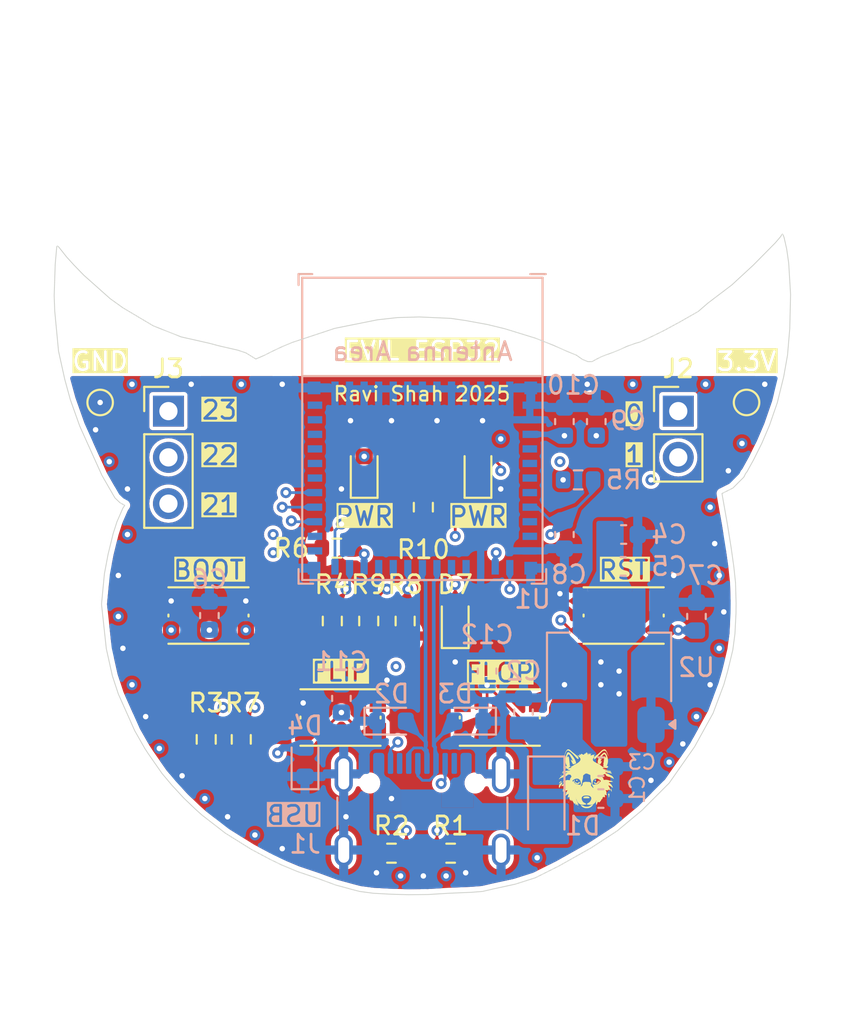
<source format=kicad_pcb>
(kicad_pcb (version 20240108) (generator "pcbnew") (generator_version "8.0")
  (layers (0 "F.Cu" signal) (1 "In1.Cu" signal) (2 "In2.Cu" signal) (31 "B.Cu" signal) (34 "B.Paste" user) (35 "F.Paste" user) (36 "B.SilkS" user "B.Silkscreen") (37 "F.SilkS" user "F.Silkscreen") (38 "B.Mask" user) (39 "F.Mask" user) (44 "Edge.Cuts" user))
  (net 0 "")
  (net 6 "/USB/VBUSB")
  (net 13 "/ESP32/GPIO_1")
  (net 15 "/Devices/LED_0")
  (net 17 "/ESP32/GPIO_8")
  (net 18 "/ESP32/GPIO_0")
  (net 19 "/Devices/FLIP")
  (net 20 "/ESP32/GPIO_21")
  (net 24 "/Devices/BOOT")
  (net 25 "/Devices/FLOP")
  (net 27 "/Devices/RST")
  (net 28 "GND")
  (net 29 "+3.3V")
  (net 30 "/ESP32/GPIO_22")
  (net 31 "/ESP32/USB_D-")
  (net 32 "/ESP32/USB_D+")
  (net 33 "/USB/CC2")
  (net 34 "/ESP32/GPIO_23")
  (net 36 "/USB/CC1")
  (net 38 "/Power/+5V")
  (net 39 "Net-(D5-A)")
  (net 40 "Net-(D6-A)")
  (net 41 "Net-(D7-A)")
  (footprint "LOGO" (layer "F.Cu") (at 158.5 110.5)
    (property "Reference" "G***")
    (property "Value" "LOGO" (hide yes))
  )
  (footprint "Resistor_SMD:R_0603_1608Metric" (layer "F.Cu") (at 144.75 97.75 180)
    (property "Reference" "R6")
    (property "Value" "3.3k")
  )
  (footprint "TestPoint:TestPoint_Pad_D1.0mm" (layer "F.Cu") (at 131.75 89.75)
    (property "Reference" "TP3")
    (property "Value" "GND")
  )
  (footprint "Button_Switch_SMD:SW_Push_1P1T_NO_CK_KMR2" (layer "F.Cu") (at 160.5 101.45)
    (property "Reference" "SW2")
    (property "Value" "RST")
  )
  (footprint "Resistor_SMD:R_0603_1608Metric" (layer "F.Cu") (at 139.5 108.25 90)
    (property "Reference" "R7")
    (property "Value" "47")
  )
  (footprint "Button_Switch_SMD:SW_Push_1P1T_NO_CK_KMR2" (layer "F.Cu") (at 144.95 107.05)
    (property "Reference" "SW3")
    (property "Value" "FLIP")
  )
  (footprint "Button_Switch_SMD:SW_Push_1P1T_NO_CK_KMR2" (layer "F.Cu") (at 153.7 107.05)
    (property "Reference" "SW4")
    (property "Value" "FLOP")
  )
  (footprint "Button_Switch_SMD:SW_Push_1P1T_NO_CK_KMR2" (layer "F.Cu") (at 137.7 101.45)
    (property "Reference" "SW1")
    (property "Value" "BOOT")
  )
  (footprint "Resistor_SMD:R_0603_1608Metric" (layer "F.Cu") (at 146.5 101.75 90)
    (property "Reference" "R9")
    (property "Value" "10k")
  )
  (footprint "Resistor_SMD:R_0603_1608Metric" (layer "F.Cu") (at 137.575 108.25 90)
    (property "Reference" "R3")
    (property "Value" "47")
  )
  (footprint "LED_SMD:LED_0603_1608Metric" (layer "F.Cu") (at 152.5 93.5 90)
    (property "Reference" "D6")
    (property "Value" "PWR")
  )
  (footprint "Resistor_SMD:R_0603_1608Metric" (layer "F.Cu") (at 151 114.5)
    (property "Reference" "R1")
    (property "Value" "5.1k")
  )
  (footprint "Resistor_SMD:R_0603_1608Metric" (layer "F.Cu") (at 147.75 114.5 180)
    (property "Reference" "R2")
    (property "Value" "5.1k")
  )
  (footprint "TestPoint:TestPoint_Pad_D1.0mm" (layer "F.Cu") (at 167.25 89.75 180)
    (property "Reference" "TP2")
    (property "Value" "3.3V")
  )
  (footprint "Resistor_SMD:R_0603_1608Metric" (layer "F.Cu") (at 148.5 101.75 90)
    (property "Reference" "R8")
    (property "Value" "10k")
  )
  (footprint "Connector_PinHeader_2.54mm:PinHeader_1x03_P2.54mm_Vertical" (layer "F.Cu") (at 135.5 90.225)
    (property "Reference" "J3")
    (property "Value" "CB")
  )
  (footprint "LED_SMD:LED_0603_1608Metric" (layer "F.Cu") (at 146.25 93.5 90)
    (property "Reference" "D5")
    (property "Value" "PWR")
  )
  (footprint "MountingHole:MountingHole_2.2mm_M2" (layer "F.Cu") (at 167.5 85.25)
    (property "Reference" "H1")
    (property "Value" "MountingHole")
  )
  (footprint "Resistor_SMD:R_0603_1608Metric" (layer "F.Cu") (at 149.5 95.5 90)
    (property "Reference" "R10")
    (property "Value" "47")
  )
  (footprint "Resistor_SMD:R_0603_1608Metric" (layer "F.Cu") (at 144.5 101.75 90)
    (property "Reference" "R4")
    (property "Value" "10k")
  )
  (footprint "LED_SMD:LED_0603_1608Metric" (layer "F.Cu") (at 151.25 101.75 90)
    (property "Reference" "D7")
    (property "Value" "DANGER")
  )
  (footprint "Connector_PinHeader_2.54mm:PinHeader_1x02_P2.54mm_Vertical" (layer "F.Cu") (at 163.5 90.225)
    (property "Reference" "J2")
    (property "Value" "CA")
  )
  (footprint "Capacitor_SMD:C_0603_1608Metric" (layer "B.Cu") (at 157.246702 97 -90)
    (property "Reference" "C8")
    (property "Value" "1u")
  )
  (footprint "Diode_SMD:D_0603_1608Metric" (layer "B.Cu") (at 147.75 107.25)
    (property "Reference" "D2")
    (property "Value" "TVS")
  )
  (footprint "Diode_SMD:D_SOD-123" (layer "B.Cu") (at 156.25 111.55 -90)
    (property "Reference" "D1")
    (property "Value" "1N5819HW-7-F")
  )
  (footprint "Capacitor_SMD:C_0603_1608Metric" (layer "B.Cu") (at 155 106.75 90)
    (property "Reference" "C2")
    (property "Value" "10u")
  )
  (footprint "Connector_USB:USB_C_Receptacle_GCT_USB4105-xx-A_16P_TopMnt_Horizontal" (layer "B.Cu") (at 149.446702 113.25 180)
    (property "Reference" "J1")
    (property "Value" "USB_C_Receptacle_USB2.0_16P")
  )
  (footprint "Capacitor_SMD:C_0603_1608Metric" (layer "B.Cu") (at 160.5 97)
    (property "Reference" "C4")
    (property "Value" "10u")
  )
  (footprint "Capacitor_SMD:C_0603_1608Metric" (layer "B.Cu") (at 159.25 111.5)
    (property "Reference" "C1")
    (property "Value" "10u")
  )
  (footprint "Diode_SMD:D_0603_1608Metric" (layer "B.Cu") (at 143 109.5 90)
    (property "Reference" "D4")
    (property "Value" "TVS")
  )
  (footprint "Capacitor_SMD:C_0603_1608Metric" (layer "B.Cu") (at 164.5 101.5 90)
    (property "Reference" "C7")
    (property "Value" "0.1u")
  )
  (footprint "Capacitor_SMD:C_0603_1608Metric" (layer "B.Cu") (at 145 106 90)
    (property "Reference" "C11")
    (property "Value" "0.1u")
  )
  (footprint "Diode_SMD:D_0603_1608Metric" (layer "B.Cu") (at 152 107.25 180)
    (property "Reference" "D3")
    (property "Value" "TVS")
  )
  (footprint "Resistor_SMD:R_0603_1608Metric" (layer "B.Cu") (at 158 94)
    (property "Reference" "R5")
    (property "Value" "10k")
  )
  (footprint "Capacitor_SMD:C_0603_1608Metric" (layer "B.Cu") (at 157.246702 90.8 90)
    (property "Reference" "C10")
    (property "Value" "0.1u")
  )
  (footprint "Capacitor_SMD:C_0603_1608Metric" (layer "B.Cu") (at 158.996702 90.8 90)
    (property "Reference" "C9")
    (property "Value" "10u")
  )
  (footprint "Package_TO_SOT_SMD:SOT-223-3_TabPin2" (layer "B.Cu") (at 159.7 104.3 90)
    (property "Reference" "U2")
    (property "Value" "AMS1117-3.3")
  )
  (footprint "Capacitor_SMD:C_0603_1608Metric" (layer "B.Cu") (at 153 104.5 90)
    (property "Reference" "C12")
    (property "Value" "0.1u")
  )
  (footprint "Capacitor_SMD:C_0603_1608Metric" (layer "B.Cu") (at 160.475 98.75)
    (property "Reference" "C5")
    (property "Value" "0.1u")
  )
  (footprint "Capacitor_SMD:C_0603_1608Metric" (layer "B.Cu") (at 159.25 109.75)
    (property "Reference" "C3")
    (property "Value" "0.1u")
  )
  (footprint "PCM_Espressif:ESP32-C6-MINI-1" (layer "B.Cu") (at 149.446702 91.2 180)
    (property "Reference" "U1")
    (property "Value" "ESP32-C6-MINI-1/U")
  )
  (footprint "Capacitor_SMD:C_0603_1608Metric" (layer "B.Cu") (at 137.75 101.45 90)
    (property "Reference" "C6")
    (property "Value" "0.1u")
  )
  (gr_poly (pts (xy 165.9 94.75) (xy 166.2 96.45) (xy 166.4 97.70069) (xy 166.548046 98.747789) (xy 166.642954 99.629445) (xy 166.675832 100.751145) (xy 166.669409 101.341744) (xy 166.611636 102.461902) (xy 166.495026 103.339957) (xy 166.3 104.15) (xy 166.2 104.55) (xy 166 105.25) (xy 165.409974 106.815668) (xy 164.4 108.65) (xy 163 110.65) (xy 161.5 112.15) (xy 160.151817 113.271149) (xy 158.717848 114.205205) (xy 156.95 115.2) (xy 155.65 115.85) (xy 154.55 116.2) (xy 153.4 116.45) (xy 152.75 116.6) (xy 152.1 116.65) (xy 150.893825 116.699909) (xy 149.755092 116.769205) (xy 148.696074 116.780994) (xy 147.669515 116.75) (xy 146.75 116.7) (xy 146 116.6) (xy 145.614395 116.5) (xy 144.691638 116.25) (xy 143.70993 115.888698) (xy 142.572317 115.503242) (xy 141.713522 115.144442) (xy 141.067688 114.831471) (xy 140.049101 114.288746) (xy 138.622368 113.398627) (xy 137.337302 112.403584) (xy 136.98943 112.090459) (xy 136.347843 111.476969) (xy 135.683593 110.758657) (xy 135.151279 110.126003) (xy 134.4 109.05) (xy 134.20642 108.754258) (xy 133.65216 107.781527) (xy 132.74966 105.762017) (xy 132.420574 104.758537) (xy 132.088182 103.271503) (xy 131.825017 100.827631) (xy 131.984649 99.15477) (xy 132.189338 98.069625) (xy 132.466478 96.943927) (xy 132.674516 96.296727) (xy 133 95.55) (xy 133.1 95.398616) (xy 132.839124 95.25631) (xy 132.561798 94.99125) (xy 131.84693 93.751291) (xy 130.629915 91.050842) (xy 130.108237 89.582735) (xy 129.806927 88.481845) (xy 129.463731 86.92584) (xy 129.255338 84.725558) (xy 129.225409 83.891039) (xy 129.281763 82.165563) (xy 129.367841 81.18792) (xy 129.407413 81.156002) (xy 129.480186 81.219207) (xy 129.9 81.75) (xy 130.295524 82.186185) (xy 130.846864 82.756953) (xy 132.3 84.05) (xy 133.005569 84.555271) (xy 134.673466 85.545162) (xy 136.2 86.15) (xy 137.75 86.5) (xy 138.25 86.634388) (xy 138.75 86.75) (xy 139.3 86.875) (xy 139.75 87.025) (xy 140.299978 87.363164) (xy 140.769888 87.160141) (xy 141.19298 86.947026) (xy 141.763438 86.676975) (xy 142.296555 86.45499) (xy 144.631886 85.681413) (xy 146.971876 85.211903) (xy 148.075524 85.088095) (xy 149.282679 85.054527) (xy 151.010306 85.131893) (xy 151.834561 85.253255) (xy 153.023278 85.470354) (xy 153.974246 85.701932) (xy 155.664599 86.222122) (xy 156.669465 86.622203) (xy 157.361177 86.929193) (xy 157.9 87.15) (xy 158.236162 87.384405) (xy 158.536066 87.507992) (xy 158.765008 87.508082) (xy 159 87.376198) (xy 159.25 87.25) (xy 159.5 87.14876) (xy 159.771128 87.053868) (xy 159.932349 86.993647) (xy 160.293031 86.847301) (xy 160.683845 86.667307) (xy 161.154097 86.498867) (xy 161.400878 86.430952) (xy 162 86.15) (xy 162.686571 85.815648) (xy 163.607025 85.317) (xy 164.6 84.75) (xy 165.124811 84.295552) (xy 166.439096 83.298687) (xy 167.619385 82.209004) (xy 168.826136 80.987823) (xy 169.127323 80.636412) (xy 169.168591 80.560695) (xy 169.220933 80.499885) (xy 169.261562 80.557573) (xy 169.313015 80.699282) (xy 169.454275 81.326423) (xy 169.563792 82.091967) (xy 169.667996 83.826627) (xy 169.623607 85.687759) (xy 169.5 87.15) (xy 169.290259 88.336082) (xy 168.937644 89.765525) (xy 168.509491 91.006159) (xy 168.085355 91.998403) (xy 167.637669 92.896616) (xy 167.269277 93.561816) (xy 167.2 93.65) (xy 167.1 93.85) (xy 166.9 94.05) (xy 166.5 94.45)) (stroke (width 0.05)) (fill none) (layer "Edge.Cuts"))
  (gr_text "USB" (at 144 113 -0) (layer "B.SilkS" knockout) (effects (font (size 1 1)) (justify left bottom mirror)))
  (gr_text "Ravi Shah 2025" (at 144.489558 89.75 0) (layer "F.SilkS") (effects (font (size 0.8 0.8) (thickness 0.12)) (justify left bottom)))
  (gr_text "21" (at 137.25 96 0) (layer "F.SilkS" knockout) (effects (font (size 1 1)) (justify left bottom)))
  (gr_text "1" (at 160.5 93.25 0) (layer "F.SilkS" knockout) (effects (font (size 1 1)) (justify left bottom)))
  (gr_text "EVIL ESP32" (at 145.035988 87.5 0) (layer "F.SilkS" knockout) (effects (font (size 1 1)) (justify left bottom)))
  (gr_text "23" (at 137.25 90.75 0) (layer "F.SilkS" knockout) (effects (font (size 1 1)) (justify left bottom)))
  (gr_text "22" (at 137.25 93.25 0) (layer "F.SilkS" knockout) (effects (font (size 1 1)) (justify left bottom)))
  (gr_text "0" (at 160.5 91 0) (layer "F.SilkS" knockout) (effects (font (size 1 1)) (justify left bottom)))
  (via (at 141.5 109) (size 0.6) (drill 0.3) (layers "F.Cu" "B.Cu") (net 6))
  (via (at 147.75 111.5) (size 0.6) (drill 0.3) (layers "F.Cu" "B.Cu") (net 6))
  (segment (start 141.7875 108.7125) (end 143 108.7125) (width 0.4) (layer "B.Cu") (net 6))
  (segment (start 141.5 109) (end 141.7875 108.7125) (width 0.4) (layer "B.Cu") (net 6))
  (via (at 153.5 98) (size 0.6) (drill 0.3) (layers "F.Cu" "B.Cu") (net 13))
  (via (at 157 93) (size 0.6) (drill 0.3) (layers "F.Cu" "B.Cu") (net 13))
  (segment (start 153.446702 98.053298) (end 153.5 98) (width 0.15) (layer "B.Cu") (net 13))
  (segment (start 153.446702 98.8) (end 153.446702 98.053298) (width 0.15) (layer "B.Cu") (net 13))
  (segment (start 145 96.425) (end 145.1 96.325) (width 0.15) (layer "F.Cu") (net 15))
  (segment (start 145.1 96.325) (end 149.5 96.325) (width 0.15) (layer "F.Cu") (net 15))
  (via (at 145 96.425) (size 0.6) (drill 0.3) (layers "F.Cu" "B.Cu") (net 15))
  (segment (start 144.646702 98.8) (end 144.646702 96.778298) (width 0.15) (layer "B.Cu") (net 15))
  (segment (start 144.646702 96.778298) (end 145 96.425) (width 0.15) (layer "B.Cu") (net 15))
  (segment (start 145.575 97.75) (end 145.925 97.75) (width 0.15) (layer "F.Cu") (net 17))
  (segment (start 145.925 97.75) (end 146.25 98.075) (width 0.15) (layer "F.Cu") (net 17))
  (via (at 146.25 98.075) (size 0.6) (drill 0.3) (layers "F.Cu" "B.Cu") (net 17))
  (segment (start 146.246702 98.8) (end 146.246702 98.078298) (width 0.15) (layer "B.Cu") (net 17))
  (segment (start 146.246702 98.8) (end 146.25 98.803298) (width 0.15) (layer "B.Cu") (net 17))
  (segment (start 146.246702 98.078298) (end 146.25 98.075) (width 0.15) (layer "B.Cu") (net 17))
  (via (at 162 94) (size 0.6) (drill 0.3) (layers "F.Cu" "B.Cu") (net 18))
  (via (at 154.25 100) (size 0.6) (drill 0.3) (layers "F.Cu" "B.Cu") (net 18))
  (segment (start 154.246702 99.996702) (end 154.25 100) (width 0.15) (layer "B.Cu") (net 18))
  (segment (start 154.246702 98.8) (end 154.246702 99.996702) (width 0.15) (layer "B.Cu") (net 18))
  (segment (start 146.075 107.85) (end 145 106.775) (width 0.15) (layer "F.Cu") (net 19))
  (segment (start 142.9 107.85) (end 143.925 107.85) (width 0.15) (layer "F.Cu") (net 19))
  (segment (start 147 107.85) (end 146.075 107.85) (width 0.15) (layer "F.Cu") (net 19))
  (segment (start 148.646702 100) (end 148.646702 100.778298) (width 0.15) (layer "F.Cu") (net 19))
  (segment (start 143.925 107.85) (end 145 106.775) (width 0.15) (layer "F.Cu") (net 19))
  (segment (start 148.646702 100.778298) (end 148.5 100.925) (width 0.15) (layer "F.Cu") (net 19))
  (via (at 148.646702 100) (size 0.6) (drill 0.3) (layers "F.Cu" "B.Cu") (net 19))
  (via (at 145 106.775) (size 0.6) (drill 0.3) (layers "F.Cu" "B.Cu") (net 19))
  (segment (start 148.646702 100) (end 148.646702 98.8) (width 0.15) (layer "B.Cu") (net 19))
  (via (at 142.25 96.25) (size 0.6) (drill 0.3) (layers "F.Cu" "B.Cu") (net 20))
  (segment (start 143.546702 96.3) (end 142.3 96.3) (width 0.15) (layer "B.Cu") (net 20))
  (segment (start 142.3 96.3) (end 142.25 96.25) (width 0.15) (layer "B.Cu") (net 20))
  (segment (start 145.25 100) (end 145.25 100.175) (width 0.15) (layer "F.Cu") (net 24))
  (segment (start 145.25 100.175) (end 144.5 100.925) (width 0.15) (layer "F.Cu") (net 24))
  (via (at 135.65 102.25) (size 0.6) (drill 0.3) (layers "F.Cu" "B.Cu") (net 24))
  (via (at 137.75 102.25) (size 0.6) (drill 0.3) (layers "F.Cu" "B.Cu") (net 24))
  (via (at 139.75 102.25) (size 0.6) (drill 0.3) (layers "F.Cu" "B.Cu") (net 24))
  (via (at 145.25 100) (size 0.6) (drill 0.3) (layers "F.Cu" "B.Cu") (net 24))
  (segment (start 145.446702 99.803298) (end 145.25 100) (width 0.15) (layer "B.Cu") (net 24))
  (segment (start 145.446702 98.8) (end 145.446702 99.803298) (width 0.15) (layer "B.Cu") (net 24))
  (segment (start 153 106.5) (end 153 105.275) (width 0.15) (layer "F.Cu") (net 25))
  (segment (start 147.5 100) (end 147.425 100) (width 0.15) (layer "F.Cu") (net 25))
  (segment (start 151.65 107.85) (end 153 106.5) (width 0.15) (layer "F.Cu") (net 25))
  (segment (start 155.575 107.85) (end 155.75 107.85) (width 0.15) (layer "F.Cu") (net 25))
  (segment (start 153 105.275) (end 155.575 107.85) (width 0.15) (layer "F.Cu") (net 25))
  (segment (start 147.425 100) (end 146.5 100.925) (width 0.15) (layer "F.Cu") (net 25))
  (via (at 153 105.275) (size 0.6) (drill 0.3) (layers "F.Cu" "B.Cu") (net 25))
  (via (at 147.5 100) (size 0.6) (drill 0.3) (layers "F.Cu" "B.Cu") (net 25))
  (via (at 148 104.25) (size 0.6) (drill 0.3) (layers "F.Cu" "B.Cu") (net 25))
  (segment (start 147.846702 98.8) (end 147.846702 99.653298) (width 0.15) (layer "B.Cu") (net 25))
  (segment (start 147.846702 99.653298) (end 147.5 100) (width 0.15) (layer "B.Cu") (net 25))
  (segment (start 157.60184 102.25) (end 158.45 102.25) (width 0.15) (layer "F.Cu") (net 27))
  (segment (start 157.05092 101.69908) (end 157.60184 102.25) (width 0.15) (layer "F.Cu") (net 27))
  (segment (start 162.55 102.25) (end 163.5 102.25) (width 0.15) (layer "F.Cu") (net 27))
  (segment (start 158.45 102.25) (end 162.55 102.25) (width 0.15) (layer "F.Cu") (net 27))
  (via (at 163.5 102.25) (size 0.6) (drill 0.3) (layers "F.Cu" "B.Cu") (net 27))
  (via (at 156.5 97) (size 0.6) (drill 0.3) (layers "F.Cu" "B.Cu") (net 27))
  (via (at 157.05092 101.69908) (size 0.6) (drill 0.3) (layers "F.Cu" "B.Cu") (net 27))
  (segment (start 157.246702 96.253298) (end 157.246702 96.225) (width 0.2) (layer "B.Cu") (net 27))
  (segment (start 163.5 102.25) (end 164.475 102.25) (width 0.15) (layer "B.Cu") (net 27))
  (segment (start 158.825 94.646702) (end 157.246702 96.225) (width 0.15) (layer "B.Cu") (net 27))
  (segment (start 156.475 96.225) (end 155.75 95.5) (width 0.15) (layer "B.Cu") (net 27))
  (segment (start 156.5 97) (end 157.246702 96.253298) (width 0.15) (layer "B.Cu") (net 27))
  (segment (start 157.246702 96.225) (end 156.475 96.225) (width 0.15) (layer "B.Cu") (net 27))
  (segment (start 155.75 95.5) (end 155.346702 95.5) (width 0.15) (layer "B.Cu") (net 27))
  (segment (start 164.475 102.25) (end 164.5 102.275) (width 0.2) (layer "B.Cu") (net 27))
  (segment (start 158.825 94) (end 158.825 94.646702) (width 0.15) (layer "B.Cu") (net 27))
  (segment (start 162.55 100.65) (end 162.55 99.95) (width 0.15) (layer "F.Cu") (net 28))
  (segment (start 157.4 100.65) (end 157 100.25) (width 0.15) (layer "F.Cu") (net 28))
  (segment (start 162.55 99.95) (end 163.25 99.25) (width 0.15) (layer "F.Cu") (net 28))
  (segment (start 145.2125 94.2875) (end 145 94.5) (width 0.15) (layer "F.Cu") (net 28))
  (segment (start 155.75 106.25) (end 156.75 105.25) (width 0.15) (layer "F.Cu") (net 28))
  (segment (start 158.45 100.65) (end 157.4 100.65) (width 0.15) (layer "F.Cu") (net 28))
  (segment (start 151.65 104.4) (end 151.25 104) (width 0.15) (layer "F.Cu") (net 28))
  (segment (start 151.65 106.25) (end 151.65 104.4) (width 0.15) (layer "F.Cu") (net 28))
  (segment (start 152.5 94.2875) (end 153.5375 94.2875) (width 0.15) (layer "F.Cu") (net 28))
  (segment (start 153.5375 94.2875) (end 153.75 94.5) (width 0.15) (layer "F.Cu") (net 28))
  (segment (start 151.25 102.5375) (end 151.25 104) (width 0.15) (layer "F.Cu") (net 28))
  (segment (start 151.825 115.575) (end 151.825 114.5) (width 0.15) (layer "F.Cu") (net 28))
  (segment (start 147 106.25) (end 147 105.5) (width 0.15) (layer "F.Cu") (net 28))
  (segment (start 146.925 115.575) (end 146.925 114.5) (width 0.15) (layer "F.Cu") (net 28))
  (segment (start 156.75 105.25) (end 157.25 105.25) (width 0.15) (layer "F.Cu") (net 28))
  (segment (start 147 105.5) (end 147.5 105) (width 0.15) (layer "F.Cu") (net 28))
  (segment (start 146.25 94.2875) (end 145.2125 94.2875) (width 0.15) (layer "F.Cu") (net 28))
  (via (at 151.825 115.575) (size 0.6) (drill 0.3) (layers "F.Cu" "B.Cu") (net 28))
  (via (at 151.25 104) (size 0.6) (drill 0.3) (layers "F.Cu" "B.Cu") (net 28))
  (via (at 136.25 110.25) (size 0.6) (drill 0.3) (layers "F.Cu" "B.Cu") (net 28))
  (via (at 139.75 100.65) (size 0.6) (drill 0.3) (layers "F.Cu" "B.Cu") (net 28))
  (via (at 166 101.25) (size 0.6) (drill 0.3) (layers "F.Cu" "B.Cu") (net 28))
  (via (at 145 94.5) (size 0.6) (drill 0.3) (layers "F.Cu" "B.Cu") (net 28))
  (via (at 163.75 108.5) (size 0.6) (drill 0.3) (layers "F.Cu" "B.Cu") (net 28))
  (via (at 132.75 99.25) (size 0.6) (drill 0.3) (layers "F.Cu" "B.Cu") (net 28))
  (via (at 157.25 105.25) (size 0.6) (drill 0.3) (layers "F.Cu" "B.Cu") (net 28))
  (via (at 165.25 105.25) (size 0.6) (drill 0.3) (layers "F.Cu" "B.Cu") (net 28))
  (via (at 166.25 93.5) (size 0.6) (drill 0.3) (layers "F.Cu" "B.Cu") (net 28))
  (via (at 135.65 100.65) (size 0.6) (drill 0.3) (layers "F.Cu" "B.Cu") (net 28))
  (via (at 162 110.5) (size 0.6) (drill 0.3) (layers "F.Cu" "B.Cu") (net 28))
  (via (at 145.5 90.75) (size 0.6) (drill 0.3) (layers "F.Cu" "B.Cu") (net 28))
  (via (at 131.5 91.25) (size 0.6) (drill 0.3) (layers "F.Cu" "B.Cu") (net 28))
  (via (at 150.25 90.75) (size 0.6) (drill 0.3) (layers "F.Cu" "B.Cu") (net 28))
  (via (at 134.25 107) (size 0.6) (drill 0.3) (layers "F.Cu" "B.Cu") (net 28))
  (via (at 131.75 89.75) (size 0.6) (drill 0.3) (layers "F.Cu" "B.Cu") (net 28))
  (via (at 146.925 115.575) (size 0.6) (drill 0.3) (layers "F.Cu" "B.Cu") (net 28))
  (via (at 149.5 115.75) (size 0.6) (drill 0.3) (layers "F.Cu" "B.Cu") (net 28))
  (via (at 165.5 97.5) (size 0.6) (drill 0.3) (layers "F.Cu" "B.Cu") (net 28))
  (via (at 133 103.25) (size 0.6) (drill 0.3) (layers "F.Cu" "B.Cu") (net 28))
  (via (at 142.9 106.25) (size 0.6) (drill 0.3) (layers "F.Cu" "B.Cu") (net 28))
  (via (at 145.25 112.5) (size 0.6) (drill 0.3) (layers "F.Cu" "B.Cu") (net 28))
  (via (at 133.25 94.5) (size 0.6) (drill 0.3) (layers "F.Cu" "B.Cu") (net 28))
  (via (at 136.75 88.75) (size 0.6) (drill 0.3) (layers "F.Cu" "B.Cu") (net 28))
  (via (at 138.75 112.5) (size 0.6) (drill 0.3) (layers "F.Cu" "B.Cu") (net 28))
  (via (at 163.25 99.25) (size 0.6) (drill 0.3) (layers "F.Cu" "B.Cu") (net 28))
  (via (at 141.75 88.75) (size 0.6) (drill 0.3) (layers "F.Cu" "B.Cu") (net 28))
  (via (at 158.5 88.75) (size 0.6) (drill 0.3) (layers "F.Cu" "B.Cu") (net 28))
  (via (at 168.25 88.75) (size 0.6) (drill 0.3) (layers "F.Cu" "B.Cu") (net 28))
  (via (at 147.75 90.75) (size 0.6) (drill 0.3) (layers "F.Cu" "B.Cu") (net 28))
  (via (at 147.5 105) (size 0.6) (drill 0.3) (layers "F.Cu" "B.Cu") (net 28))
  (via (at 141.75 114.25) (size 0.6) (drill 0.3) (layers "F.Cu" "B.Cu") (net 28))
  (via (at 153.75 94.5) (size 0.6) (drill 0.3) (layers "F.Cu" "B.Cu") (net 28))
  (via (at 152.75 90.75) (size 0.6) (drill 0.3) (layers "F.Cu" "B.Cu") (net 28))
  (via (at 157 100.25) (size 0.6) (drill 0.3) (layers "F.Cu" "B.Cu") (net 28))
  (via (at 160.25 105.75) (size 0.6) (drill 0.3) (layers "F.Cu" "B.Cu") (net 29))
  (via (at 159.25 105.25) (size 0.6) (drill 0.3) (layers "F.Cu" "B.Cu") (net 29))
  (via (at 159.25 104) (size 0.6) (drill 0.3) (layers "F.Cu" "B.Cu") (net 29))
  (via (at 133.25 97) (size 0.6) (drill 0.3) (layers "F.Cu" "B.Cu") (net 29))
  (via (at 153.75 91.75) (size 0.6) (drill 0.3) (layers "F.Cu" "B.Cu") (net 29))
  (via (at 167 92) (size 0.6) (drill 0.3) (layers "F.Cu" "B.Cu") (net 29))
  (via (at 158.996702 91.575) (size 0.6) (drill 0.3) (layers "F.Cu" "B.Cu") (net 29))
  (via (at 132.75 101.5) (size 0.6) (drill 0.3) (layers "F.Cu" "B.Cu") (net 29))
  (via (at 133.5 105.25) (size 0.6) (drill 0.3) (layers "F.Cu" "B.Cu") (net 29))
  (via (at 157.175 94) (size 0.6) (drill 0.3) (layers "F.Cu" "B.Cu") (net 29))
  (via (at 140.25 113.5) (size 0.6) (drill 0.3) (layers "F.Cu" "B.Cu") (net 29))
  (via (at 155.75 114.75) (size 0.6) (drill 0.3) (layers "F.Cu" "B.Cu") (net 29))
  (via (at 165.25 95.5) (size 0.6) (drill 0.3) (layers "F.Cu" "B.Cu") (net 29))
  (via (at 157.246702 91.575) (size 0.6) (drill 0.3) (layers "F.Cu" "B.Cu") (net 29))
  (via (at 161 88.75) (size 0.6) (drill 0.3) (layers "F.Cu" "B.Cu") (net 29))
  (via (at 165.75 103.25) (size 0.6) (drill 0.3) (layers "F.Cu" "B.Cu") (net 29))
  (via (at 150.75 115.75) (size 0.6) (drill 0.3) (layers "F.Cu" "B.Cu") (net 29))
  (via (at 135 108.75) (size 0.6) (drill 0.3) (layers "F.Cu" "B.Cu") (net 29))
  (via (at 160.25 104.5) (size 0.6) (drill 0.3) (layers "F.Cu" "B.Cu") (net 29))
  (via (at 133.5 88.75) (size 0.6) (drill 0.3) (layers "F.Cu" "B.Cu") (net 29))
  (via (at 163 109.5) (size 0.6) (drill 0.3) (layers "F.Cu" "B.Cu") (net 29))
  (via (at 165.75 99.25) (size 0.6) (drill 0.3) (layers "F.Cu" "B.Cu") (net 29))
  (via (at 164.5 107) (size 0.6) (drill 0.3) (layers "F.Cu" "B.Cu") (net 29))
  (via (at 137.5 111.5) (size 0.6) (drill 0.3) (layers "F.Cu" "B.Cu") (net 29))
  (via (at 148.25 115.75) (size 0.6) (drill 0.3) (layers "F.Cu" "B.Cu") (net 29))
  (via (at 132.25 93) (size 0.6) (drill 0.3) (layers "F.Cu" "B.Cu") (net 29))
  (via (at 165 88.75) (size 0.6) (drill 0.3) (layers "F.Cu" "B.Cu") (net 29))
  (via (at 139.5 88.75) (size 0.6) (drill 0.3) (layers "F.Cu" "B.Cu") (net 29))
  (segment (start 157.171702 91.5) (end 157.246702 91.575) (width 0.3) (layer "B.Cu") (net 29))
  (segment (start 155.346702 91.5) (end 157.171702 91.5) (width 0.3) (layer "B.Cu") (net 29))
  (via (at 141.75 95.5) (size 0.6) (drill 0.3) (layers "F.Cu" "B.Cu") (net 30))
  (segment (start 141.75 95.5) (end 143.546702 95.5) (width 0.15) (layer "B.Cu") (net 30))
  (segment (start 151.2125 107.25) (end 151.2125 107.2875) (width 0.2) (layer "B.Cu") (net 31))
  (segment (start 150.146703 108.679385) (end 150.146703 109.520001) (width 0.2) (layer "B.Cu") (net 31))
  (segment (start 150.246702 99.400001) (end 150.071702 99.575001) (width 0.2) (layer "B.Cu") (net 31))
  (segment (start 149.446702 110.5) (end 149.196702 110.25) (width 0.15) (layer "B.Cu") (net 31))
  (segment (start 151.2125 107.2875) (end 150.1 108.4) (width 0.2) (layer "B.Cu") (net 31))
  (segment (start 150.146703 109.520001) (end 150.196702 109.57) (width 0.2) (layer "B.Cu") (net 31))
  (segment (start 150.196702 110.144999) (end 149.841701 110.5) (width 0.15) (layer "B.Cu") (net 31))
  (segment (start 150.071702 99.575001) (end 150.071702 108.604384) (width 0.2) (layer "B.Cu") (net 31))
  (segment (start 150.071702 108.604384) (end 150.146703 108.679385) (width 0.2) (layer "B.Cu") (net 31))
  (segment (start 150.1 108.4) (end 150.1 108.603866) (width 0.2) (layer "B.Cu") (net 31))
  (segment (start 150.246702 98.8) (end 150.246702 99.400001) (width 0.2) (layer "B.Cu") (net 31))
  (segment (start 150.196702 109.57) (end 150.196702 110.144999) (width 0.15) (layer "B.Cu") (net 31))
  (segment (start 149.841701 110.5) (end 149.446702 110.5) (width 0.15) (layer "B.Cu") (net 31))
  (segment (start 149.196702 110.25) (end 149.196702 109.57) (width 0.15) (layer "B.Cu") (net 31))
  (segment (start 148.5375 107.25) (end 148.5375 107.2875) (width 0.2) (layer "B.Cu") (net 32))
  (segment (start 149.446702 99.400001) (end 149.621702 99.575001) (width 0.2) (layer "B.Cu") (net 32))
  (segment (start 149.621702 108.783822) (end 149.696702 108.858822) (width 0.2) (layer "B.Cu") (net 32))
  (segment (start 149.696702 108.995001) (end 149.421701 108.72) (width 0.15) (layer "B.Cu") (net 32))
  (segment (start 149.65 108.4) (end 149.65 108.603866) (width 0.2) (layer "B.Cu") (net 32))
  (segment (start 149.696702 108.858822) (end 149.696702 109.57) (width 0.2) (layer "B.Cu") (net 32))
  (segment (start 148.971703 108.72) (end 148.696702 108.995001) (width 0.15) (layer "B.Cu") (net 32))
  (segment (start 149.696702 109.57) (end 149.696702 108.995001) (width 0.15) (layer "B.Cu") (net 32))
  (segment (start 148.696702 108.995001) (end 148.696702 109.57) (width 0.15) (layer "B.Cu") (net 32))
  (segment (start 149.446702 98.8) (end 149.446702 99.400001) (width 0.2) (layer "B.Cu") (net 32))
  (segment (start 149.421701 108.72) (end 148.971703 108.72) (width 0.15) (layer "B.Cu") (net 32))
  (segment (start 148.5375 107.2875) (end 149.65 108.4) (width 0.2) (layer "B.Cu") (net 32))
  (segment (start 149.621702 99.575001) (end 149.621702 108.783822) (width 0.2) (layer "B.Cu") (net 32))
  (segment (start 148.575 114.5) (end 148.575 113.25) (width 0.15) (layer "F.Cu") (net 33))
  (via (at 148.575 113.25) (size 0.6) (drill 0.3) (layers "F.Cu" "B.Cu") (net 33))
  (via (at 148.100001 108.399999) (size 0.6) (drill 0.3) (layers "F.Cu" "B.Cu") (net 33))
  (segment (start 147.696702 108.803298) (end 147.696702 109.57) (width 0.15) (layer "B.Cu") (net 33))
  (segment (start 148.100001 108.399999) (end 147.696702 108.803298) (width 0.15) (layer "B.Cu") (net 33))
  (via (at 141.95 94.7) (size 0.6) (drill 0.3) (layers "F.Cu" "B.Cu") (net 34))
  (segment (start 141.95 94.7) (end 143.546702 94.7) (width 0.15) (layer "B.Cu") (net 34))
  (segment (start 150.25 113.25) (end 150.25 114.425) (width 0.15) (layer "F.Cu") (net 36))
  (segment (start 150.25 114.425) (end 150.175 114.5) (width 0.15) (layer "F.Cu") (net 36))
  (via (at 150.477054 110.677821) (size 0.6) (drill 0.3) (layers "F.Cu" "B.Cu") (net 36))
  (via (at 150.25 113.25) (size 0.6) (drill 0.3) (layers "F.Cu" "B.Cu") (net 36))
  (segment (start 150.696702 109.57) (end 150.696702 110.458173) (width 0.15) (layer "B.Cu") (net 36))
  (segment (start 150.696702 110.458173) (end 150.477054 110.677821) (width 0.15) (layer "B.Cu") (net 36))
  (segment (start 137.575 107.425) (end 138.5 106.5) (width 0.15) (layer "F.Cu") (net 39))
  (via (at 141.25 97) (size 0.6) (drill 0.3) (layers "F.Cu" "B.Cu") (net 39))
  (via (at 138.5 106.5) (size 0.6) (drill 0.3) (layers "F.Cu" "B.Cu") (net 39))
  (via (at 146.25 92.7125) (size 0.6) (drill 0.3) (layers "F.Cu" "B.Cu") (net 39))
  (segment (start 153.2125 92.7125) (end 152.5 92.7125) (width 0.15) (layer "F.Cu") (net 40))
  (segment (start 139.5 107.425) (end 139.5 107.25) (width 0.15) (layer "F.Cu") (net 40))
  (segment (start 153.75 93.25) (end 153.2125 92.7125) (width 0.15) (layer "F.Cu") (net 40))
  (segment (start 153.75 93.5) (end 153.75 93.25) (width 0.15) (layer "F.Cu") (net 40))
  (segment (start 139.5 107.25) (end 140.25 106.5) (width 0.15) (layer "F.Cu") (net 40))
  (via (at 141.25 98) (size 0.6) (drill 0.3) (layers "F.Cu" "B.Cu") (net 40))
  (via (at 153.75 93.5) (size 0.6) (drill 0.3) (layers "F.Cu" "B.Cu") (net 40))
  (via (at 140.25 106.5) (size 0.6) (drill 0.3) (layers "F.Cu" "B.Cu") (net 40))
  (segment (start 151.25 100.9625) (end 151.25 99.75) (width 0.15) (layer "F.Cu") (net 41))
  (segment (start 151.25 97.100002) (end 151.25 96.425) (width 0.15) (layer "F.Cu") (net 41))
  (segment (start 151.25 96.425) (end 149.5 94.675) (width 0.15) (layer "F.Cu") (net 41))
  (via (at 151.25 99.75) (size 0.6) (drill 0.3) (layers "F.Cu" "B.Cu") (net 41))
  (via (at 151.25 97.100002) (size 0.6) (drill 0.3) (layers "F.Cu" "B.Cu") (net 41))
  (zone (net 0) (net_name "") (layers "F.Cu" "In1.Cu" "In2.Cu" "B.Cu") (name "ESP32-C6 Antenna Keepout") (connect_pads (clearance 0)) (min_thickness 0.25)
    (keepout (tracks not_allowed) (vias not_allowed) (pads not_allowed) (copperpour not_allowed) (footprints not_allowed))
    (fill (thermal_gap 0.5) (thermal_bridge_width 0.5))
    (polygon (pts (xy 171.046702 88.3) (xy 171.046702 67.65) (xy 127.846702 67.65) (xy 127.846702 88.3)))
  )
  (zone (net 29) (net_name "+3.3V") (layers "F.Cu" "In2.Cu") (connect_pads (clearance 0)) (min_thickness 0.25) (fill yes (thermal_gap 0.5) (thermal_bridge_width 0.5))
    (polygon (pts (xy 126.25 79.25) (xy 173 79.25) (xy 173 119.75) (xy 126.25 119.75)))
  )
  (zone (net 28) (net_name "GND") (layers "In1.Cu" "B.Cu") (connect_pads (clearance 0)) (min_thickness 0.25) (fill yes (thermal_gap 0.5) (thermal_bridge_width 0.5))
    (polygon (pts (xy 126.25 79.25) (xy 173 79.25) (xy 173 119.75) (xy 126.25 119.75)))
  )
  (zone (net 38) (net_name "/Power/+5V") (layer "B.Cu") (priority 2) (connect_pads yes (clearance 0)) (min_thickness 0.25) (fill yes (thermal_gap 0.5) (thermal_bridge_width 0.5))
    (polygon (pts (xy 159 112.25) (xy 157.75 112.25) (xy 157.75 111.25) (xy 157.25 110.75) (xy 155.5 110.75) (xy 155.5 108.75) (xy 155 108.25) (xy 154.25 108.25) (xy 154.25 107) (xy 156.25 107) (xy 156.5 106.75) (xy 156.5 106.25) (xy 158.25 106.25) (xy 158.25 108.25) (xy 159 109)))
  )
  (zone (net 29) (net_name "+3.3V") (layer "B.Cu") (priority 3) (connect_pads yes (clearance 0)) (min_thickness 0.25) (fill yes (thermal_gap 0.5) (thermal_bridge_width 0.5))
    (polygon (pts (xy 158.5 100) (xy 159 99) (xy 159 96.25) (xy 160.5 96.25) (xy 160.5 99) (xy 161 100) (xy 160.5 101.5) (xy 159 101.5)))
  )
  (zone (net 29) (net_name "+3.3V") (layer "B.Cu") (connect_pads yes (clearance 0)) (min_thickness 0.25) (fill yes (thermal_gap 0.5) (thermal_bridge_width 0.5))
    (polygon (pts (xy 157.7 99.9) (xy 157.7 102.4) (xy 158.7 103.4) (xy 158.7 108.65) (xy 160.7 108.65) (xy 160.7 103.4) (xy 161.7 102.4) (xy 161.7 99.9)))
  )
  (zone (net 6) (net_name "/USB/VBUSB") (layer "B.Cu") (priority 1) (connect_pads yes (clearance 0)) (min_thickness 0.25) (fill yes (thermal_gap 0.5) (thermal_bridge_width 0.5))
    (polygon (pts (xy 157.5 114) (xy 155 114) (xy 154 113.25) (xy 146.75 113.25) (xy 146.75 111) (xy 152 111) (xy 152.75 111.75) (xy 157.5 111.75)))
  )
  (zone (net 6) (net_name "/USB/VBUSB") (layer "B.Cu") (priority 5) (connect_pads yes (clearance 0)) (min_thickness 0.25) (fill yes (thermal_gap 0.5) (thermal_bridge_width 0.5))
    (polygon (pts (xy 152.25 109) (xy 151.25 109) (xy 151.25 110.25) (xy 150.5 111) (xy 150.5 112) (xy 152.25 112)))
  )
  (zone (net 6) (net_name "/USB/VBUSB") (layer "B.Cu") (priority 4) (connect_pads yes (clearance 0)) (min_thickness 0.25) (fill yes (thermal_gap 0.5) (thermal_bridge_width 0.5))
    (polygon (pts (xy 146.75 109) (xy 147.5 109) (xy 147.5 110.25) (xy 148.25 111) (xy 148.25 112.25) (xy 146.75 112.25)))
  )
)
</source>
